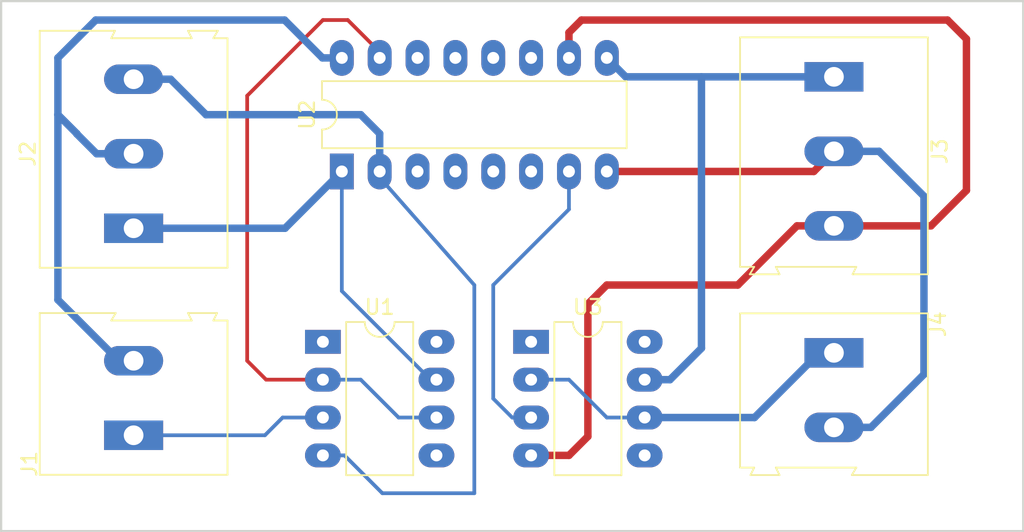
<source format=kicad_pcb>
(kicad_pcb (version 20171130) (host pcbnew "(5.0.0)")

  (general
    (thickness 1.6)
    (drawings 4)
    (tracks 78)
    (zones 0)
    (modules 7)
    (nets 17)
  )

  (page A4)
  (layers
    (0 F.Cu signal)
    (31 B.Cu signal)
    (32 B.Adhes user)
    (33 F.Adhes user)
    (34 B.Paste user)
    (35 F.Paste user)
    (36 B.SilkS user)
    (37 F.SilkS user)
    (38 B.Mask user)
    (39 F.Mask user)
    (40 Dwgs.User user)
    (41 Cmts.User user)
    (42 Eco1.User user)
    (43 Eco2.User user)
    (44 Edge.Cuts user)
    (45 Margin user)
    (46 B.CrtYd user)
    (47 F.CrtYd user)
    (48 B.Fab user)
    (49 F.Fab user)
  )

  (setup
    (last_trace_width 0.5)
    (user_trace_width 0.5)
    (user_trace_width 1)
    (trace_clearance 0.2)
    (zone_clearance 0.508)
    (zone_45_only no)
    (trace_min 0.2)
    (segment_width 0.2)
    (edge_width 0.15)
    (via_size 0.8)
    (via_drill 0.4)
    (via_min_size 0.4)
    (via_min_drill 0.3)
    (uvia_size 0.3)
    (uvia_drill 0.1)
    (uvias_allowed no)
    (uvia_min_size 0.2)
    (uvia_min_drill 0.1)
    (pcb_text_width 0.3)
    (pcb_text_size 1.5 1.5)
    (mod_edge_width 0.15)
    (mod_text_size 1 1)
    (mod_text_width 0.15)
    (pad_size 1.524 1.524)
    (pad_drill 0.762)
    (pad_to_mask_clearance 0.2)
    (aux_axis_origin 0 0)
    (visible_elements FFFFFFFF)
    (pcbplotparams
      (layerselection 0x010fc_ffffffff)
      (usegerberextensions false)
      (usegerberattributes false)
      (usegerberadvancedattributes false)
      (creategerberjobfile false)
      (excludeedgelayer true)
      (linewidth 0.100000)
      (plotframeref false)
      (viasonmask false)
      (mode 1)
      (useauxorigin false)
      (hpglpennumber 1)
      (hpglpenspeed 20)
      (hpglpendiameter 15.000000)
      (psnegative false)
      (psa4output false)
      (plotreference true)
      (plotvalue true)
      (plotinvisibletext false)
      (padsonsilk false)
      (subtractmaskfromsilk false)
      (outputformat 1)
      (mirror false)
      (drillshape 1)
      (scaleselection 1)
      (outputdirectory ""))
  )

  (net 0 "")
  (net 1 "Net-(J1-Pad1)")
  (net 2 GND)
  (net 3 +15V)
  (net 4 -15V)
  (net 5 -15V1)
  (net 6 GND1)
  (net 7 +15V1)
  (net 8 "Net-(J4-Pad1)")
  (net 9 "Net-(U1-Pad1)")
  (net 10 "Net-(U1-Pad5)")
  (net 11 "Net-(U1-Pad2)")
  (net 12 "Net-(U1-Pad8)")
  (net 13 "Net-(U2-Pad7)")
  (net 14 "Net-(U3-Pad8)")
  (net 15 "Net-(U3-Pad5)")
  (net 16 "Net-(U3-Pad1)")

  (net_class Default 这是默认网络组.
    (clearance 0.2)
    (trace_width 0.25)
    (via_dia 0.8)
    (via_drill 0.4)
    (uvia_dia 0.3)
    (uvia_drill 0.1)
    (add_net +15V)
    (add_net +15V1)
    (add_net -15V)
    (add_net -15V1)
    (add_net GND)
    (add_net GND1)
    (add_net "Net-(J1-Pad1)")
    (add_net "Net-(J4-Pad1)")
    (add_net "Net-(U1-Pad1)")
    (add_net "Net-(U1-Pad2)")
    (add_net "Net-(U1-Pad5)")
    (add_net "Net-(U1-Pad8)")
    (add_net "Net-(U2-Pad7)")
    (add_net "Net-(U3-Pad1)")
    (add_net "Net-(U3-Pad5)")
    (add_net "Net-(U3-Pad8)")
  )

  (module TerminalBlock:TerminalBlock_Altech_AK300-2_P5.00mm (layer F.Cu) (tedit 59FF0306) (tstamp 5BBBD324)
    (at 152.4 88.37 270)
    (descr "Altech AK300 terminal block, pitch 5.0mm, 45 degree angled, see http://www.mouser.com/ds/2/16/PCBMETRC-24178.pdf")
    (tags "Altech AK300 terminal block pitch 5.0mm")
    (path /5BAF9CB0)
    (fp_text reference J4 (at -1.92 -6.99 270) (layer F.SilkS)
      (effects (font (size 1 1) (thickness 0.15)))
    )
    (fp_text value Screw_Terminal_01x02 (at 2.78 7.75 270) (layer F.Fab)
      (effects (font (size 1 1) (thickness 0.15)))
    )
    (fp_arc (start -1.13 -4.65) (end -1.42 -4.13) (angle 104.2) (layer F.Fab) (width 0.1))
    (fp_arc (start -0.01 -3.71) (end -1.62 -5) (angle 100) (layer F.Fab) (width 0.1))
    (fp_arc (start 0.06 -6.07) (end 1.53 -4.12) (angle 75.5) (layer F.Fab) (width 0.1))
    (fp_arc (start 1.03 -4.59) (end 1.53 -5.05) (angle 90.5) (layer F.Fab) (width 0.1))
    (fp_arc (start 3.87 -4.65) (end 3.58 -4.13) (angle 104.2) (layer F.Fab) (width 0.1))
    (fp_arc (start 4.99 -3.71) (end 3.39 -5) (angle 100) (layer F.Fab) (width 0.1))
    (fp_arc (start 5.07 -6.07) (end 6.53 -4.12) (angle 75.5) (layer F.Fab) (width 0.1))
    (fp_arc (start 6.03 -4.59) (end 6.54 -5.05) (angle 90.5) (layer F.Fab) (width 0.1))
    (fp_line (start 8.36 6.47) (end -2.83 6.47) (layer F.CrtYd) (width 0.05))
    (fp_line (start 8.36 6.47) (end 8.36 -6.47) (layer F.CrtYd) (width 0.05))
    (fp_line (start -2.83 -6.47) (end -2.83 6.47) (layer F.CrtYd) (width 0.05))
    (fp_line (start -2.83 -6.47) (end 8.36 -6.47) (layer F.CrtYd) (width 0.05))
    (fp_line (start 3.36 -0.25) (end 6.67 -0.25) (layer F.Fab) (width 0.1))
    (fp_line (start 2.98 -0.25) (end 3.36 -0.25) (layer F.Fab) (width 0.1))
    (fp_line (start 7.05 -0.25) (end 6.67 -0.25) (layer F.Fab) (width 0.1))
    (fp_line (start 6.67 -0.64) (end 3.36 -0.64) (layer F.Fab) (width 0.1))
    (fp_line (start 7.61 -0.64) (end 6.67 -0.64) (layer F.Fab) (width 0.1))
    (fp_line (start 1.66 -0.64) (end 3.36 -0.64) (layer F.Fab) (width 0.1))
    (fp_line (start -1.64 -0.64) (end 1.66 -0.64) (layer F.Fab) (width 0.1))
    (fp_line (start -2.58 -0.64) (end -1.64 -0.64) (layer F.Fab) (width 0.1))
    (fp_line (start 1.66 -0.25) (end -1.64 -0.25) (layer F.Fab) (width 0.1))
    (fp_line (start 2.04 -0.25) (end 1.66 -0.25) (layer F.Fab) (width 0.1))
    (fp_line (start -2.02 -0.25) (end -1.64 -0.25) (layer F.Fab) (width 0.1))
    (fp_line (start -1.49 -4.32) (end 1.56 -4.95) (layer F.Fab) (width 0.1))
    (fp_line (start -1.62 -4.45) (end 1.44 -5.08) (layer F.Fab) (width 0.1))
    (fp_line (start 3.52 -4.32) (end 6.56 -4.95) (layer F.Fab) (width 0.1))
    (fp_line (start 3.39 -4.45) (end 6.44 -5.08) (layer F.Fab) (width 0.1))
    (fp_line (start 2.04 -5.97) (end -2.02 -5.97) (layer F.Fab) (width 0.1))
    (fp_line (start -2.02 -3.43) (end -2.02 -5.97) (layer F.Fab) (width 0.1))
    (fp_line (start 2.04 -3.43) (end -2.02 -3.43) (layer F.Fab) (width 0.1))
    (fp_line (start 2.04 -3.43) (end 2.04 -5.97) (layer F.Fab) (width 0.1))
    (fp_line (start 7.05 -3.43) (end 2.98 -3.43) (layer F.Fab) (width 0.1))
    (fp_line (start 7.05 -5.97) (end 7.05 -3.43) (layer F.Fab) (width 0.1))
    (fp_line (start 2.98 -5.97) (end 7.05 -5.97) (layer F.Fab) (width 0.1))
    (fp_line (start 2.98 -3.43) (end 2.98 -5.97) (layer F.Fab) (width 0.1))
    (fp_line (start 7.61 -3.17) (end 7.61 -1.65) (layer F.Fab) (width 0.1))
    (fp_line (start -2.58 -3.17) (end -2.58 -6.22) (layer F.Fab) (width 0.1))
    (fp_line (start -2.58 -3.17) (end 7.61 -3.17) (layer F.Fab) (width 0.1))
    (fp_line (start 7.61 -0.64) (end 7.61 4.06) (layer F.Fab) (width 0.1))
    (fp_line (start 7.61 -1.65) (end 7.61 -0.64) (layer F.Fab) (width 0.1))
    (fp_line (start -2.58 -0.64) (end -2.58 -3.17) (layer F.Fab) (width 0.1))
    (fp_line (start -2.58 6.22) (end -2.58 -0.64) (layer F.Fab) (width 0.1))
    (fp_line (start 6.67 0.51) (end 6.28 0.51) (layer F.Fab) (width 0.1))
    (fp_line (start 3.36 0.51) (end 3.74 0.51) (layer F.Fab) (width 0.1))
    (fp_line (start 1.66 0.51) (end 1.28 0.51) (layer F.Fab) (width 0.1))
    (fp_line (start -1.64 0.51) (end -1.26 0.51) (layer F.Fab) (width 0.1))
    (fp_line (start -1.64 3.68) (end -1.64 0.51) (layer F.Fab) (width 0.1))
    (fp_line (start 1.66 3.68) (end -1.64 3.68) (layer F.Fab) (width 0.1))
    (fp_line (start 1.66 3.68) (end 1.66 0.51) (layer F.Fab) (width 0.1))
    (fp_line (start 3.36 3.68) (end 3.36 0.51) (layer F.Fab) (width 0.1))
    (fp_line (start 6.67 3.68) (end 3.36 3.68) (layer F.Fab) (width 0.1))
    (fp_line (start 6.67 3.68) (end 6.67 0.51) (layer F.Fab) (width 0.1))
    (fp_line (start -2.02 4.32) (end -2.02 6.22) (layer F.Fab) (width 0.1))
    (fp_line (start 2.04 4.32) (end 2.04 -0.25) (layer F.Fab) (width 0.1))
    (fp_line (start 2.04 4.32) (end -2.02 4.32) (layer F.Fab) (width 0.1))
    (fp_line (start 7.05 4.32) (end 7.05 6.22) (layer F.Fab) (width 0.1))
    (fp_line (start 2.98 4.32) (end 2.98 -0.25) (layer F.Fab) (width 0.1))
    (fp_line (start 2.98 4.32) (end 7.05 4.32) (layer F.Fab) (width 0.1))
    (fp_line (start -2.02 6.22) (end 2.04 6.22) (layer F.Fab) (width 0.1))
    (fp_line (start -2.58 6.22) (end -2.02 6.22) (layer F.Fab) (width 0.1))
    (fp_line (start -2.02 -0.25) (end -2.02 4.32) (layer F.Fab) (width 0.1))
    (fp_line (start 2.04 6.22) (end 2.98 6.22) (layer F.Fab) (width 0.1))
    (fp_line (start 2.04 6.22) (end 2.04 4.32) (layer F.Fab) (width 0.1))
    (fp_line (start 7.05 6.22) (end 7.61 6.22) (layer F.Fab) (width 0.1))
    (fp_line (start 2.98 6.22) (end 7.05 6.22) (layer F.Fab) (width 0.1))
    (fp_line (start 7.05 -0.25) (end 7.05 4.32) (layer F.Fab) (width 0.1))
    (fp_line (start 2.98 6.22) (end 2.98 4.32) (layer F.Fab) (width 0.1))
    (fp_line (start 8.11 3.81) (end 8.11 5.46) (layer F.Fab) (width 0.1))
    (fp_line (start 7.61 4.06) (end 7.61 5.21) (layer F.Fab) (width 0.1))
    (fp_line (start 8.11 3.81) (end 7.61 4.06) (layer F.Fab) (width 0.1))
    (fp_line (start 7.61 5.21) (end 7.61 6.22) (layer F.Fab) (width 0.1))
    (fp_line (start 8.11 5.46) (end 7.61 5.21) (layer F.Fab) (width 0.1))
    (fp_line (start 8.11 -1.4) (end 7.61 -1.65) (layer F.Fab) (width 0.1))
    (fp_line (start 8.11 -6.22) (end 8.11 -1.4) (layer F.Fab) (width 0.1))
    (fp_line (start 7.61 -6.22) (end 8.11 -6.22) (layer F.Fab) (width 0.1))
    (fp_line (start 7.61 -6.22) (end -2.58 -6.22) (layer F.Fab) (width 0.1))
    (fp_line (start 7.61 -6.22) (end 7.61 -3.17) (layer F.Fab) (width 0.1))
    (fp_line (start 3.74 2.54) (end 3.74 -0.25) (layer F.Fab) (width 0.1))
    (fp_line (start 3.74 -0.25) (end 6.28 -0.25) (layer F.Fab) (width 0.1))
    (fp_line (start 6.28 2.54) (end 6.28 -0.25) (layer F.Fab) (width 0.1))
    (fp_line (start 3.74 2.54) (end 6.28 2.54) (layer F.Fab) (width 0.1))
    (fp_line (start -1.26 2.54) (end -1.26 -0.25) (layer F.Fab) (width 0.1))
    (fp_line (start -1.26 -0.25) (end 1.28 -0.25) (layer F.Fab) (width 0.1))
    (fp_line (start 1.28 2.54) (end 1.28 -0.25) (layer F.Fab) (width 0.1))
    (fp_line (start -1.26 2.54) (end 1.28 2.54) (layer F.Fab) (width 0.1))
    (fp_line (start 8.2 -6.3) (end -2.65 -6.3) (layer F.SilkS) (width 0.12))
    (fp_line (start 8.2 -1.2) (end 8.2 -6.3) (layer F.SilkS) (width 0.12))
    (fp_line (start 7.7 -1.5) (end 8.2 -1.2) (layer F.SilkS) (width 0.12))
    (fp_line (start 7.7 3.9) (end 7.7 -1.5) (layer F.SilkS) (width 0.12))
    (fp_line (start 8.2 3.65) (end 7.7 3.9) (layer F.SilkS) (width 0.12))
    (fp_line (start 8.2 3.7) (end 8.2 3.65) (layer F.SilkS) (width 0.12))
    (fp_line (start 8.2 5.6) (end 8.2 3.7) (layer F.SilkS) (width 0.12))
    (fp_line (start 7.7 5.35) (end 8.2 5.6) (layer F.SilkS) (width 0.12))
    (fp_line (start 7.7 6.3) (end 7.7 5.35) (layer F.SilkS) (width 0.12))
    (fp_line (start -2.65 6.3) (end 7.7 6.3) (layer F.SilkS) (width 0.12))
    (fp_line (start -2.65 -6.3) (end -2.65 6.3) (layer F.SilkS) (width 0.12))
    (fp_text user %R (at -2.532858 -2 270) (layer F.Fab)
      (effects (font (size 1 1) (thickness 0.15)))
    )
    (pad 2 thru_hole oval (at 5 0 270) (size 1.98 3.96) (drill 1.32) (layers *.Cu *.Mask)
      (net 6 GND1))
    (pad 1 thru_hole rect (at 0 0 270) (size 1.98 3.96) (drill 1.32) (layers *.Cu *.Mask)
      (net 8 "Net-(J4-Pad1)"))
    (model ${KISYS3DMOD}/TerminalBlock.3dshapes/TerminalBlock_Altech_AK300-2_P5.00mm.wrl
      (at (xyz 0 0 0))
      (scale (xyz 1 1 1))
      (rotate (xyz 0 0 0))
    )
  )

  (module TerminalBlock:TerminalBlock_Altech_AK300-3_P5.00mm (layer F.Cu) (tedit 5BAF8AD4) (tstamp 5BBBD23A)
    (at 105.41 80.01 90)
    (descr "Altech AK300 terminal block, pitch 5.0mm, 45 degree angled, see http://www.mouser.com/ds/2/16/PCBMETRC-24178.pdf")
    (tags "Altech AK300 terminal block pitch 5.0mm")
    (path /5BAF95E7)
    (fp_text reference J2 (at 5 -7.1 90) (layer F.SilkS)
      (effects (font (size 1 1) (thickness 0.15)))
    )
    (fp_text value Screw_Terminal_01x03 (at 4.95 7.3 90) (layer F.Fab)
      (effects (font (size 1 1) (thickness 0.15)))
    )
    (fp_text user %R (at 5 -2 90) (layer F.Fab)
      (effects (font (size 1 1) (thickness 0.15)))
    )
    (fp_line (start -2.65 -6.3) (end -2.65 6.3) (layer F.SilkS) (width 0.12))
    (fp_line (start -2.65 6.3) (end 12.75 6.3) (layer F.SilkS) (width 0.12))
    (fp_line (start 12.75 6.3) (end 12.75 5.35) (layer F.SilkS) (width 0.12))
    (fp_line (start 12.75 5.35) (end 13.25 5.65) (layer F.SilkS) (width 0.12))
    (fp_line (start 13.25 5.65) (end 13.25 3.65) (layer F.SilkS) (width 0.12))
    (fp_line (start 13.25 3.65) (end 12.75 3.9) (layer F.SilkS) (width 0.12))
    (fp_line (start 12.75 3.9) (end 12.75 -1.5) (layer F.SilkS) (width 0.12))
    (fp_line (start 12.75 -1.5) (end 13.25 -1.25) (layer F.SilkS) (width 0.12))
    (fp_line (start 13.25 -1.25) (end 13.25 -6.3) (layer F.SilkS) (width 0.12))
    (fp_line (start 13.25 -6.3) (end -2.65 -6.3) (layer F.SilkS) (width 0.12))
    (fp_line (start 12.66 -0.65) (end -2.52 -0.65) (layer F.Fab) (width 0.1))
    (fp_line (start 8.02 3.99) (end 8.02 -0.26) (layer F.Fab) (width 0.1))
    (fp_line (start 12.09 6.21) (end 7.58 6.21) (layer F.Fab) (width 0.1))
    (fp_line (start 7.58 -3.19) (end 12.6 -3.19) (layer F.Fab) (width 0.1))
    (fp_line (start -2.58 -6.23) (end 12.66 -6.23) (layer F.Fab) (width 0.1))
    (fp_line (start 8.42 -0.26) (end 11.72 -0.26) (layer F.Fab) (width 0.1))
    (fp_line (start 8.04 -0.26) (end 8.42 -0.26) (layer F.Fab) (width 0.1))
    (fp_line (start 12.1 -0.26) (end 11.72 -0.26) (layer F.Fab) (width 0.1))
    (fp_line (start 8.57 -4.33) (end 11.62 -4.96) (layer F.Fab) (width 0.1))
    (fp_line (start 8.44 -4.46) (end 11.49 -5.09) (layer F.Fab) (width 0.1))
    (fp_line (start 12.1 -3.44) (end 8.04 -3.44) (layer F.Fab) (width 0.1))
    (fp_line (start 12.1 -5.98) (end 12.1 -3.44) (layer F.Fab) (width 0.1))
    (fp_line (start 8.04 -5.98) (end 12.1 -5.98) (layer F.Fab) (width 0.1))
    (fp_line (start 8.04 -3.44) (end 8.04 -5.98) (layer F.Fab) (width 0.1))
    (fp_line (start 12.66 -3.19) (end 12.66 -1.66) (layer F.Fab) (width 0.1))
    (fp_line (start 12.66 -0.65) (end 12.66 4.05) (layer F.Fab) (width 0.1))
    (fp_line (start 12.66 -1.66) (end 12.66 -0.65) (layer F.Fab) (width 0.1))
    (fp_line (start 11.72 0.5) (end 11.34 0.5) (layer F.Fab) (width 0.1))
    (fp_line (start 8.42 0.5) (end 8.8 0.5) (layer F.Fab) (width 0.1))
    (fp_line (start 8.42 3.67) (end 8.42 0.5) (layer F.Fab) (width 0.1))
    (fp_line (start 11.72 3.67) (end 8.42 3.67) (layer F.Fab) (width 0.1))
    (fp_line (start 11.72 3.67) (end 11.72 0.5) (layer F.Fab) (width 0.1))
    (fp_line (start 12.1 4.31) (end 12.1 6.21) (layer F.Fab) (width 0.1))
    (fp_line (start 8.04 4.31) (end 12.1 4.31) (layer F.Fab) (width 0.1))
    (fp_line (start 12.1 6.21) (end 12.66 6.21) (layer F.Fab) (width 0.1))
    (fp_line (start 12.1 -0.26) (end 12.1 4.31) (layer F.Fab) (width 0.1))
    (fp_line (start 8.04 6.21) (end 8.04 4.31) (layer F.Fab) (width 0.1))
    (fp_line (start 13.17 3.8) (end 13.17 5.45) (layer F.Fab) (width 0.1))
    (fp_line (start 12.66 4.05) (end 12.66 5.2) (layer F.Fab) (width 0.1))
    (fp_line (start 13.17 3.8) (end 12.66 4.05) (layer F.Fab) (width 0.1))
    (fp_line (start 12.66 5.2) (end 12.66 6.21) (layer F.Fab) (width 0.1))
    (fp_line (start 13.17 5.45) (end 12.66 5.2) (layer F.Fab) (width 0.1))
    (fp_line (start 13.17 -1.41) (end 12.66 -1.66) (layer F.Fab) (width 0.1))
    (fp_line (start 13.17 -6.23) (end 13.17 -1.41) (layer F.Fab) (width 0.1))
    (fp_line (start 12.66 -6.23) (end 13.17 -6.23) (layer F.Fab) (width 0.1))
    (fp_line (start 12.66 -6.23) (end 12.66 -3.19) (layer F.Fab) (width 0.1))
    (fp_line (start 8.8 2.53) (end 8.8 -0.26) (layer F.Fab) (width 0.1))
    (fp_line (start 8.8 -0.26) (end 11.34 -0.26) (layer F.Fab) (width 0.1))
    (fp_line (start 11.34 2.53) (end 11.34 -0.26) (layer F.Fab) (width 0.1))
    (fp_line (start 8.8 2.53) (end 11.34 2.53) (layer F.Fab) (width 0.1))
    (fp_line (start -1.28 2.53) (end 1.26 2.53) (layer F.Fab) (width 0.1))
    (fp_line (start 1.26 2.53) (end 1.26 -0.26) (layer F.Fab) (width 0.1))
    (fp_line (start -1.28 -0.26) (end 1.26 -0.26) (layer F.Fab) (width 0.1))
    (fp_line (start -1.28 2.53) (end -1.28 -0.26) (layer F.Fab) (width 0.1))
    (fp_line (start 3.72 2.53) (end 6.26 2.53) (layer F.Fab) (width 0.1))
    (fp_line (start 6.26 2.53) (end 6.26 -0.26) (layer F.Fab) (width 0.1))
    (fp_line (start 3.72 -0.26) (end 6.26 -0.26) (layer F.Fab) (width 0.1))
    (fp_line (start 3.72 2.53) (end 3.72 -0.26) (layer F.Fab) (width 0.1))
    (fp_line (start 8.02 5.2) (end 8.02 6.21) (layer F.Fab) (width 0.1))
    (fp_line (start 8.02 4.05) (end 8.02 5.2) (layer F.Fab) (width 0.1))
    (fp_line (start 2.96 6.21) (end 2.96 4.31) (layer F.Fab) (width 0.1))
    (fp_line (start 7.02 -0.26) (end 7.02 4.31) (layer F.Fab) (width 0.1))
    (fp_line (start 2.96 6.21) (end 7.02 6.21) (layer F.Fab) (width 0.1))
    (fp_line (start 7.02 6.21) (end 7.58 6.21) (layer F.Fab) (width 0.1))
    (fp_line (start 2.02 6.21) (end 2.02 4.31) (layer F.Fab) (width 0.1))
    (fp_line (start 2.02 6.21) (end 2.96 6.21) (layer F.Fab) (width 0.1))
    (fp_line (start -2.05 -0.26) (end -2.05 4.31) (layer F.Fab) (width 0.1))
    (fp_line (start -2.58 6.21) (end -2.05 6.21) (layer F.Fab) (width 0.1))
    (fp_line (start -2.05 6.21) (end 2.02 6.21) (layer F.Fab) (width 0.1))
    (fp_line (start 2.96 4.31) (end 7.02 4.31) (layer F.Fab) (width 0.1))
    (fp_line (start 2.96 4.31) (end 2.96 -0.26) (layer F.Fab) (width 0.1))
    (fp_line (start 7.02 4.31) (end 7.02 6.21) (layer F.Fab) (width 0.1))
    (fp_line (start 2.02 4.31) (end -2.05 4.31) (layer F.Fab) (width 0.1))
    (fp_line (start 2.02 4.31) (end 2.02 -0.26) (layer F.Fab) (width 0.1))
    (fp_line (start -2.05 4.31) (end -2.05 6.21) (layer F.Fab) (width 0.1))
    (fp_line (start 6.64 3.67) (end 6.64 0.5) (layer F.Fab) (width 0.1))
    (fp_line (start 6.64 3.67) (end 3.34 3.67) (layer F.Fab) (width 0.1))
    (fp_line (start 3.34 3.67) (end 3.34 0.5) (layer F.Fab) (width 0.1))
    (fp_line (start 1.64 3.67) (end 1.64 0.5) (layer F.Fab) (width 0.1))
    (fp_line (start 1.64 3.67) (end -1.67 3.67) (layer F.Fab) (width 0.1))
    (fp_line (start -1.67 3.67) (end -1.67 0.5) (layer F.Fab) (width 0.1))
    (fp_line (start -1.67 0.5) (end -1.28 0.5) (layer F.Fab) (width 0.1))
    (fp_line (start 1.64 0.5) (end 1.26 0.5) (layer F.Fab) (width 0.1))
    (fp_line (start 3.34 0.5) (end 3.72 0.5) (layer F.Fab) (width 0.1))
    (fp_line (start 6.64 0.5) (end 6.26 0.5) (layer F.Fab) (width 0.1))
    (fp_line (start -2.58 6.21) (end -2.58 -0.65) (layer F.Fab) (width 0.1))
    (fp_line (start -2.58 -0.65) (end -2.58 -3.19) (layer F.Fab) (width 0.1))
    (fp_line (start -2.58 -3.19) (end 7.58 -3.19) (layer F.Fab) (width 0.1))
    (fp_line (start -2.58 -3.19) (end -2.58 -6.23) (layer F.Fab) (width 0.1))
    (fp_line (start 2.96 -3.44) (end 2.96 -5.98) (layer F.Fab) (width 0.1))
    (fp_line (start 2.96 -5.98) (end 7.02 -5.98) (layer F.Fab) (width 0.1))
    (fp_line (start 7.02 -5.98) (end 7.02 -3.44) (layer F.Fab) (width 0.1))
    (fp_line (start 7.02 -3.44) (end 2.96 -3.44) (layer F.Fab) (width 0.1))
    (fp_line (start 2.02 -3.44) (end 2.02 -5.98) (layer F.Fab) (width 0.1))
    (fp_line (start 2.02 -3.44) (end -2.05 -3.44) (layer F.Fab) (width 0.1))
    (fp_line (start -2.05 -3.44) (end -2.05 -5.98) (layer F.Fab) (width 0.1))
    (fp_line (start 2.02 -5.98) (end -2.05 -5.98) (layer F.Fab) (width 0.1))
    (fp_line (start 3.36 -4.46) (end 6.41 -5.09) (layer F.Fab) (width 0.1))
    (fp_line (start 3.49 -4.33) (end 6.54 -4.96) (layer F.Fab) (width 0.1))
    (fp_line (start -1.64 -4.46) (end 1.41 -5.09) (layer F.Fab) (width 0.1))
    (fp_line (start -1.51 -4.33) (end 1.53 -4.96) (layer F.Fab) (width 0.1))
    (fp_line (start -2.05 -0.26) (end -1.67 -0.26) (layer F.Fab) (width 0.1))
    (fp_line (start 2.02 -0.26) (end 1.64 -0.26) (layer F.Fab) (width 0.1))
    (fp_line (start 1.64 -0.26) (end -1.67 -0.26) (layer F.Fab) (width 0.1))
    (fp_line (start 7.02 -0.26) (end 6.64 -0.26) (layer F.Fab) (width 0.1))
    (fp_line (start 2.96 -0.26) (end 3.34 -0.26) (layer F.Fab) (width 0.1))
    (fp_line (start 3.34 -0.26) (end 6.64 -0.26) (layer F.Fab) (width 0.1))
    (fp_line (start -2.83 -6.48) (end 13.42 -6.48) (layer F.CrtYd) (width 0.05))
    (fp_line (start -2.83 -6.48) (end -2.83 6.46) (layer F.CrtYd) (width 0.05))
    (fp_line (start 13.42 6.46) (end 13.42 -6.48) (layer F.CrtYd) (width 0.05))
    (fp_line (start 13.42 6.46) (end -2.83 6.46) (layer F.CrtYd) (width 0.05))
    (fp_arc (start 8.93 -4.66) (end 8.64 -4.14) (angle 104.2) (layer F.Fab) (width 0.1))
    (fp_arc (start 10.04 -3.72) (end 8.44 -5.01) (angle 100) (layer F.Fab) (width 0.1))
    (fp_arc (start 10.12 -6.08) (end 11.58 -4.13) (angle 75.5) (layer F.Fab) (width 0.1))
    (fp_arc (start 11.09 -4.6) (end 11.59 -5.06) (angle 90.5) (layer F.Fab) (width 0.1))
    (fp_arc (start 6.01 -4.6) (end 6.51 -5.06) (angle 90.5) (layer F.Fab) (width 0.1))
    (fp_arc (start 5.04 -6.08) (end 6.5 -4.13) (angle 75.5) (layer F.Fab) (width 0.1))
    (fp_arc (start 4.96 -3.72) (end 3.36 -5.01) (angle 100) (layer F.Fab) (width 0.1))
    (fp_arc (start 3.85 -4.66) (end 3.56 -4.14) (angle 104.2) (layer F.Fab) (width 0.1))
    (fp_arc (start 1 -4.6) (end 1.51 -5.06) (angle 90.5) (layer F.Fab) (width 0.1))
    (fp_arc (start 0.04 -6.08) (end 1.5 -4.13) (angle 75.5) (layer F.Fab) (width 0.1))
    (fp_arc (start -0.04 -3.72) (end -1.64 -5.01) (angle 100) (layer F.Fab) (width 0.1))
    (fp_arc (start -1.16 -4.66) (end -1.44 -4.14) (angle 104.2) (layer F.Fab) (width 0.1))
    (pad 1 thru_hole rect (at 0 0 90) (size 1.98 3.96) (drill 1.32) (layers *.Cu *.Mask)
      (net 3 +15V))
    (pad 2 thru_hole oval (at 5 0 90) (size 1.98 3.96) (drill 1.32) (layers *.Cu *.Mask)
      (net 2 GND))
    (pad 3 thru_hole oval (at 10 0 90) (size 1.98 3.96) (drill 1.32) (layers *.Cu *.Mask)
      (net 4 -15V))
    (model ${KISYS3DMOD}/TerminalBlock.3dshapes/TerminalBlock_Altech_AK300-3_P5.00mm.wrl
      (at (xyz 0 0 0))
      (scale (xyz 1 1 1))
      (rotate (xyz 0 0 0))
    )
  )

  (module Package_DIP:DIP-8_W7.62mm_LongPads (layer F.Cu) (tedit 5A02E8C5) (tstamp 5BBBD340)
    (at 118.11 87.63)
    (descr "8-lead though-hole mounted DIP package, row spacing 7.62 mm (300 mils), LongPads")
    (tags "THT DIP DIL PDIP 2.54mm 7.62mm 300mil LongPads")
    (path /5BAF879A)
    (fp_text reference U1 (at 3.81 -2.33) (layer F.SilkS)
      (effects (font (size 1 1) (thickness 0.15)))
    )
    (fp_text value LM741 (at 3.81 9.95) (layer F.Fab)
      (effects (font (size 1 1) (thickness 0.15)))
    )
    (fp_arc (start 3.81 -1.33) (end 2.81 -1.33) (angle -180) (layer F.SilkS) (width 0.12))
    (fp_line (start 1.635 -1.27) (end 6.985 -1.27) (layer F.Fab) (width 0.1))
    (fp_line (start 6.985 -1.27) (end 6.985 8.89) (layer F.Fab) (width 0.1))
    (fp_line (start 6.985 8.89) (end 0.635 8.89) (layer F.Fab) (width 0.1))
    (fp_line (start 0.635 8.89) (end 0.635 -0.27) (layer F.Fab) (width 0.1))
    (fp_line (start 0.635 -0.27) (end 1.635 -1.27) (layer F.Fab) (width 0.1))
    (fp_line (start 2.81 -1.33) (end 1.56 -1.33) (layer F.SilkS) (width 0.12))
    (fp_line (start 1.56 -1.33) (end 1.56 8.95) (layer F.SilkS) (width 0.12))
    (fp_line (start 1.56 8.95) (end 6.06 8.95) (layer F.SilkS) (width 0.12))
    (fp_line (start 6.06 8.95) (end 6.06 -1.33) (layer F.SilkS) (width 0.12))
    (fp_line (start 6.06 -1.33) (end 4.81 -1.33) (layer F.SilkS) (width 0.12))
    (fp_line (start -1.45 -1.55) (end -1.45 9.15) (layer F.CrtYd) (width 0.05))
    (fp_line (start -1.45 9.15) (end 9.1 9.15) (layer F.CrtYd) (width 0.05))
    (fp_line (start 9.1 9.15) (end 9.1 -1.55) (layer F.CrtYd) (width 0.05))
    (fp_line (start 9.1 -1.55) (end -1.45 -1.55) (layer F.CrtYd) (width 0.05))
    (fp_text user %R (at 2.54 -2.54) (layer F.Fab)
      (effects (font (size 1 1) (thickness 0.15)))
    )
    (pad 1 thru_hole rect (at 0 0) (size 2.4 1.6) (drill 0.8) (layers *.Cu *.Mask)
      (net 9 "Net-(U1-Pad1)"))
    (pad 5 thru_hole oval (at 7.62 7.62) (size 2.4 1.6) (drill 0.8) (layers *.Cu *.Mask)
      (net 10 "Net-(U1-Pad5)"))
    (pad 2 thru_hole oval (at 0 2.54) (size 2.4 1.6) (drill 0.8) (layers *.Cu *.Mask)
      (net 11 "Net-(U1-Pad2)"))
    (pad 6 thru_hole oval (at 7.62 5.08) (size 2.4 1.6) (drill 0.8) (layers *.Cu *.Mask)
      (net 11 "Net-(U1-Pad2)"))
    (pad 3 thru_hole oval (at 0 5.08) (size 2.4 1.6) (drill 0.8) (layers *.Cu *.Mask)
      (net 1 "Net-(J1-Pad1)"))
    (pad 7 thru_hole oval (at 7.62 2.54) (size 2.4 1.6) (drill 0.8) (layers *.Cu *.Mask)
      (net 3 +15V))
    (pad 4 thru_hole oval (at 0 7.62) (size 2.4 1.6) (drill 0.8) (layers *.Cu *.Mask)
      (net 4 -15V))
    (pad 8 thru_hole oval (at 7.62 0) (size 2.4 1.6) (drill 0.8) (layers *.Cu *.Mask)
      (net 12 "Net-(U1-Pad8)"))
    (model ${KISYS3DMOD}/Package_DIP.3dshapes/DIP-8_W7.62mm.wrl
      (at (xyz 0 0 0))
      (scale (xyz 1 1 1))
      (rotate (xyz 0 0 0))
    )
  )

  (module TerminalBlock:TerminalBlock_Altech_AK300-3_P5.00mm (layer F.Cu) (tedit 59FF0306) (tstamp 5BBBD2BD)
    (at 152.4 69.85 270)
    (descr "Altech AK300 terminal block, pitch 5.0mm, 45 degree angled, see http://www.mouser.com/ds/2/16/PCBMETRC-24178.pdf")
    (tags "Altech AK300 terminal block pitch 5.0mm")
    (path /5BAF98EF)
    (fp_text reference J3 (at 5 -7.1 270) (layer F.SilkS)
      (effects (font (size 1 1) (thickness 0.15)))
    )
    (fp_text value Screw_Terminal_01x03 (at 4.95 7.3 270) (layer F.Fab)
      (effects (font (size 1 1) (thickness 0.15)))
    )
    (fp_arc (start -1.16 -4.66) (end -1.44 -4.14) (angle 104.2) (layer F.Fab) (width 0.1))
    (fp_arc (start -0.04 -3.72) (end -1.64 -5.01) (angle 100) (layer F.Fab) (width 0.1))
    (fp_arc (start 0.04 -6.08) (end 1.5 -4.13) (angle 75.5) (layer F.Fab) (width 0.1))
    (fp_arc (start 1 -4.6) (end 1.51 -5.06) (angle 90.5) (layer F.Fab) (width 0.1))
    (fp_arc (start 3.85 -4.66) (end 3.56 -4.14) (angle 104.2) (layer F.Fab) (width 0.1))
    (fp_arc (start 4.96 -3.72) (end 3.36 -5.01) (angle 100) (layer F.Fab) (width 0.1))
    (fp_arc (start 5.04 -6.08) (end 6.5 -4.13) (angle 75.5) (layer F.Fab) (width 0.1))
    (fp_arc (start 6.01 -4.6) (end 6.51 -5.06) (angle 90.5) (layer F.Fab) (width 0.1))
    (fp_arc (start 11.09 -4.6) (end 11.59 -5.06) (angle 90.5) (layer F.Fab) (width 0.1))
    (fp_arc (start 10.12 -6.08) (end 11.58 -4.13) (angle 75.5) (layer F.Fab) (width 0.1))
    (fp_arc (start 10.04 -3.72) (end 8.44 -5.01) (angle 100) (layer F.Fab) (width 0.1))
    (fp_arc (start 8.93 -4.66) (end 8.64 -4.14) (angle 104.2) (layer F.Fab) (width 0.1))
    (fp_line (start 13.42 6.46) (end -2.83 6.46) (layer F.CrtYd) (width 0.05))
    (fp_line (start 13.42 6.46) (end 13.42 -6.48) (layer F.CrtYd) (width 0.05))
    (fp_line (start -2.83 -6.48) (end -2.83 6.46) (layer F.CrtYd) (width 0.05))
    (fp_line (start -2.83 -6.48) (end 13.42 -6.48) (layer F.CrtYd) (width 0.05))
    (fp_line (start 3.34 -0.26) (end 6.64 -0.26) (layer F.Fab) (width 0.1))
    (fp_line (start 2.96 -0.26) (end 3.34 -0.26) (layer F.Fab) (width 0.1))
    (fp_line (start 7.02 -0.26) (end 6.64 -0.26) (layer F.Fab) (width 0.1))
    (fp_line (start 1.64 -0.26) (end -1.67 -0.26) (layer F.Fab) (width 0.1))
    (fp_line (start 2.02 -0.26) (end 1.64 -0.26) (layer F.Fab) (width 0.1))
    (fp_line (start -2.05 -0.26) (end -1.67 -0.26) (layer F.Fab) (width 0.1))
    (fp_line (start -1.51 -4.33) (end 1.53 -4.96) (layer F.Fab) (width 0.1))
    (fp_line (start -1.64 -4.46) (end 1.41 -5.09) (layer F.Fab) (width 0.1))
    (fp_line (start 3.49 -4.33) (end 6.54 -4.96) (layer F.Fab) (width 0.1))
    (fp_line (start 3.36 -4.46) (end 6.41 -5.09) (layer F.Fab) (width 0.1))
    (fp_line (start 2.02 -5.98) (end -2.05 -5.98) (layer F.Fab) (width 0.1))
    (fp_line (start -2.05 -3.44) (end -2.05 -5.98) (layer F.Fab) (width 0.1))
    (fp_line (start 2.02 -3.44) (end -2.05 -3.44) (layer F.Fab) (width 0.1))
    (fp_line (start 2.02 -3.44) (end 2.02 -5.98) (layer F.Fab) (width 0.1))
    (fp_line (start 7.02 -3.44) (end 2.96 -3.44) (layer F.Fab) (width 0.1))
    (fp_line (start 7.02 -5.98) (end 7.02 -3.44) (layer F.Fab) (width 0.1))
    (fp_line (start 2.96 -5.98) (end 7.02 -5.98) (layer F.Fab) (width 0.1))
    (fp_line (start 2.96 -3.44) (end 2.96 -5.98) (layer F.Fab) (width 0.1))
    (fp_line (start -2.58 -3.19) (end -2.58 -6.23) (layer F.Fab) (width 0.1))
    (fp_line (start -2.58 -3.19) (end 7.58 -3.19) (layer F.Fab) (width 0.1))
    (fp_line (start -2.58 -0.65) (end -2.58 -3.19) (layer F.Fab) (width 0.1))
    (fp_line (start -2.58 6.21) (end -2.58 -0.65) (layer F.Fab) (width 0.1))
    (fp_line (start 6.64 0.5) (end 6.26 0.5) (layer F.Fab) (width 0.1))
    (fp_line (start 3.34 0.5) (end 3.72 0.5) (layer F.Fab) (width 0.1))
    (fp_line (start 1.64 0.5) (end 1.26 0.5) (layer F.Fab) (width 0.1))
    (fp_line (start -1.67 0.5) (end -1.28 0.5) (layer F.Fab) (width 0.1))
    (fp_line (start -1.67 3.67) (end -1.67 0.5) (layer F.Fab) (width 0.1))
    (fp_line (start 1.64 3.67) (end -1.67 3.67) (layer F.Fab) (width 0.1))
    (fp_line (start 1.64 3.67) (end 1.64 0.5) (layer F.Fab) (width 0.1))
    (fp_line (start 3.34 3.67) (end 3.34 0.5) (layer F.Fab) (width 0.1))
    (fp_line (start 6.64 3.67) (end 3.34 3.67) (layer F.Fab) (width 0.1))
    (fp_line (start 6.64 3.67) (end 6.64 0.5) (layer F.Fab) (width 0.1))
    (fp_line (start -2.05 4.31) (end -2.05 6.21) (layer F.Fab) (width 0.1))
    (fp_line (start 2.02 4.31) (end 2.02 -0.26) (layer F.Fab) (width 0.1))
    (fp_line (start 2.02 4.31) (end -2.05 4.31) (layer F.Fab) (width 0.1))
    (fp_line (start 7.02 4.31) (end 7.02 6.21) (layer F.Fab) (width 0.1))
    (fp_line (start 2.96 4.31) (end 2.96 -0.26) (layer F.Fab) (width 0.1))
    (fp_line (start 2.96 4.31) (end 7.02 4.31) (layer F.Fab) (width 0.1))
    (fp_line (start -2.05 6.21) (end 2.02 6.21) (layer F.Fab) (width 0.1))
    (fp_line (start -2.58 6.21) (end -2.05 6.21) (layer F.Fab) (width 0.1))
    (fp_line (start -2.05 -0.26) (end -2.05 4.31) (layer F.Fab) (width 0.1))
    (fp_line (start 2.02 6.21) (end 2.96 6.21) (layer F.Fab) (width 0.1))
    (fp_line (start 2.02 6.21) (end 2.02 4.31) (layer F.Fab) (width 0.1))
    (fp_line (start 7.02 6.21) (end 7.58 6.21) (layer F.Fab) (width 0.1))
    (fp_line (start 2.96 6.21) (end 7.02 6.21) (layer F.Fab) (width 0.1))
    (fp_line (start 7.02 -0.26) (end 7.02 4.31) (layer F.Fab) (width 0.1))
    (fp_line (start 2.96 6.21) (end 2.96 4.31) (layer F.Fab) (width 0.1))
    (fp_line (start 8.02 4.05) (end 8.02 5.2) (layer F.Fab) (width 0.1))
    (fp_line (start 8.02 5.2) (end 8.02 6.21) (layer F.Fab) (width 0.1))
    (fp_line (start 3.72 2.53) (end 3.72 -0.26) (layer F.Fab) (width 0.1))
    (fp_line (start 3.72 -0.26) (end 6.26 -0.26) (layer F.Fab) (width 0.1))
    (fp_line (start 6.26 2.53) (end 6.26 -0.26) (layer F.Fab) (width 0.1))
    (fp_line (start 3.72 2.53) (end 6.26 2.53) (layer F.Fab) (width 0.1))
    (fp_line (start -1.28 2.53) (end -1.28 -0.26) (layer F.Fab) (width 0.1))
    (fp_line (start -1.28 -0.26) (end 1.26 -0.26) (layer F.Fab) (width 0.1))
    (fp_line (start 1.26 2.53) (end 1.26 -0.26) (layer F.Fab) (width 0.1))
    (fp_line (start -1.28 2.53) (end 1.26 2.53) (layer F.Fab) (width 0.1))
    (fp_line (start 8.8 2.53) (end 11.34 2.53) (layer F.Fab) (width 0.1))
    (fp_line (start 11.34 2.53) (end 11.34 -0.26) (layer F.Fab) (width 0.1))
    (fp_line (start 8.8 -0.26) (end 11.34 -0.26) (layer F.Fab) (width 0.1))
    (fp_line (start 8.8 2.53) (end 8.8 -0.26) (layer F.Fab) (width 0.1))
    (fp_line (start 12.66 -6.23) (end 12.66 -3.19) (layer F.Fab) (width 0.1))
    (fp_line (start 12.66 -6.23) (end 13.17 -6.23) (layer F.Fab) (width 0.1))
    (fp_line (start 13.17 -6.23) (end 13.17 -1.41) (layer F.Fab) (width 0.1))
    (fp_line (start 13.17 -1.41) (end 12.66 -1.66) (layer F.Fab) (width 0.1))
    (fp_line (start 13.17 5.45) (end 12.66 5.2) (layer F.Fab) (width 0.1))
    (fp_line (start 12.66 5.2) (end 12.66 6.21) (layer F.Fab) (width 0.1))
    (fp_line (start 13.17 3.8) (end 12.66 4.05) (layer F.Fab) (width 0.1))
    (fp_line (start 12.66 4.05) (end 12.66 5.2) (layer F.Fab) (width 0.1))
    (fp_line (start 13.17 3.8) (end 13.17 5.45) (layer F.Fab) (width 0.1))
    (fp_line (start 8.04 6.21) (end 8.04 4.31) (layer F.Fab) (width 0.1))
    (fp_line (start 12.1 -0.26) (end 12.1 4.31) (layer F.Fab) (width 0.1))
    (fp_line (start 12.1 6.21) (end 12.66 6.21) (layer F.Fab) (width 0.1))
    (fp_line (start 8.04 4.31) (end 12.1 4.31) (layer F.Fab) (width 0.1))
    (fp_line (start 12.1 4.31) (end 12.1 6.21) (layer F.Fab) (width 0.1))
    (fp_line (start 11.72 3.67) (end 11.72 0.5) (layer F.Fab) (width 0.1))
    (fp_line (start 11.72 3.67) (end 8.42 3.67) (layer F.Fab) (width 0.1))
    (fp_line (start 8.42 3.67) (end 8.42 0.5) (layer F.Fab) (width 0.1))
    (fp_line (start 8.42 0.5) (end 8.8 0.5) (layer F.Fab) (width 0.1))
    (fp_line (start 11.72 0.5) (end 11.34 0.5) (layer F.Fab) (width 0.1))
    (fp_line (start 12.66 -1.66) (end 12.66 -0.65) (layer F.Fab) (width 0.1))
    (fp_line (start 12.66 -0.65) (end 12.66 4.05) (layer F.Fab) (width 0.1))
    (fp_line (start 12.66 -3.19) (end 12.66 -1.66) (layer F.Fab) (width 0.1))
    (fp_line (start 8.04 -3.44) (end 8.04 -5.98) (layer F.Fab) (width 0.1))
    (fp_line (start 8.04 -5.98) (end 12.1 -5.98) (layer F.Fab) (width 0.1))
    (fp_line (start 12.1 -5.98) (end 12.1 -3.44) (layer F.Fab) (width 0.1))
    (fp_line (start 12.1 -3.44) (end 8.04 -3.44) (layer F.Fab) (width 0.1))
    (fp_line (start 8.44 -4.46) (end 11.49 -5.09) (layer F.Fab) (width 0.1))
    (fp_line (start 8.57 -4.33) (end 11.62 -4.96) (layer F.Fab) (width 0.1))
    (fp_line (start 12.1 -0.26) (end 11.72 -0.26) (layer F.Fab) (width 0.1))
    (fp_line (start 8.04 -0.26) (end 8.42 -0.26) (layer F.Fab) (width 0.1))
    (fp_line (start 8.42 -0.26) (end 11.72 -0.26) (layer F.Fab) (width 0.1))
    (fp_line (start -2.58 -6.23) (end 12.66 -6.23) (layer F.Fab) (width 0.1))
    (fp_line (start 7.58 -3.19) (end 12.6 -3.19) (layer F.Fab) (width 0.1))
    (fp_line (start 12.09 6.21) (end 7.58 6.21) (layer F.Fab) (width 0.1))
    (fp_line (start 8.02 3.99) (end 8.02 -0.26) (layer F.Fab) (width 0.1))
    (fp_line (start 12.66 -0.65) (end -2.52 -0.65) (layer F.Fab) (width 0.1))
    (fp_line (start 13.25 -6.3) (end -2.65 -6.3) (layer F.SilkS) (width 0.12))
    (fp_line (start 13.25 -1.25) (end 13.25 -6.3) (layer F.SilkS) (width 0.12))
    (fp_line (start 12.75 -1.5) (end 13.25 -1.25) (layer F.SilkS) (width 0.12))
    (fp_line (start 12.75 3.9) (end 12.75 -1.5) (layer F.SilkS) (width 0.12))
    (fp_line (start 13.25 3.65) (end 12.75 3.9) (layer F.SilkS) (width 0.12))
    (fp_line (start 13.25 5.65) (end 13.25 3.65) (layer F.SilkS) (width 0.12))
    (fp_line (start 12.75 5.35) (end 13.25 5.65) (layer F.SilkS) (width 0.12))
    (fp_line (start 12.75 6.3) (end 12.75 5.35) (layer F.SilkS) (width 0.12))
    (fp_line (start -2.65 6.3) (end 12.75 6.3) (layer F.SilkS) (width 0.12))
    (fp_line (start -2.65 -6.3) (end -2.65 6.3) (layer F.SilkS) (width 0.12))
    (fp_text user %R (at 5 -2 270) (layer F.Fab)
      (effects (font (size 1 1) (thickness 0.15)))
    )
    (pad 3 thru_hole oval (at 10 0 270) (size 1.98 3.96) (drill 1.32) (layers *.Cu *.Mask)
      (net 5 -15V1))
    (pad 2 thru_hole oval (at 5 0 270) (size 1.98 3.96) (drill 1.32) (layers *.Cu *.Mask)
      (net 6 GND1))
    (pad 1 thru_hole rect (at 0 0 270) (size 1.98 3.96) (drill 1.32) (layers *.Cu *.Mask)
      (net 7 +15V1))
    (model ${KISYS3DMOD}/TerminalBlock.3dshapes/TerminalBlock_Altech_AK300-3_P5.00mm.wrl
      (at (xyz 0 0 0))
      (scale (xyz 1 1 1))
      (rotate (xyz 0 0 0))
    )
  )

  (module Package_DIP:DIP-16_W7.62mm_LongPads (layer F.Cu) (tedit 5A02E8C5) (tstamp 5BBBD364)
    (at 119.38 76.2 90)
    (descr "16-lead though-hole mounted DIP package, row spacing 7.62 mm (300 mils), LongPads")
    (tags "THT DIP DIL PDIP 2.54mm 7.62mm 300mil LongPads")
    (path /5BAF85F2)
    (fp_text reference U2 (at 3.81 -2.33 90) (layer F.SilkS)
      (effects (font (size 1 1) (thickness 0.15)))
    )
    (fp_text value ISO124 (at 3.81 20.11 90) (layer F.Fab)
      (effects (font (size 1 1) (thickness 0.15)))
    )
    (fp_arc (start 3.81 -1.33) (end 2.81 -1.33) (angle -180) (layer F.SilkS) (width 0.12))
    (fp_line (start 1.635 -1.27) (end 6.985 -1.27) (layer F.Fab) (width 0.1))
    (fp_line (start 6.985 -1.27) (end 6.985 19.05) (layer F.Fab) (width 0.1))
    (fp_line (start 6.985 19.05) (end 0.635 19.05) (layer F.Fab) (width 0.1))
    (fp_line (start 0.635 19.05) (end 0.635 -0.27) (layer F.Fab) (width 0.1))
    (fp_line (start 0.635 -0.27) (end 1.635 -1.27) (layer F.Fab) (width 0.1))
    (fp_line (start 2.81 -1.33) (end 1.56 -1.33) (layer F.SilkS) (width 0.12))
    (fp_line (start 1.56 -1.33) (end 1.56 19.11) (layer F.SilkS) (width 0.12))
    (fp_line (start 1.56 19.11) (end 6.06 19.11) (layer F.SilkS) (width 0.12))
    (fp_line (start 6.06 19.11) (end 6.06 -1.33) (layer F.SilkS) (width 0.12))
    (fp_line (start 6.06 -1.33) (end 4.81 -1.33) (layer F.SilkS) (width 0.12))
    (fp_line (start -1.45 -1.55) (end -1.45 19.3) (layer F.CrtYd) (width 0.05))
    (fp_line (start -1.45 19.3) (end 9.1 19.3) (layer F.CrtYd) (width 0.05))
    (fp_line (start 9.1 19.3) (end 9.1 -1.55) (layer F.CrtYd) (width 0.05))
    (fp_line (start 9.1 -1.55) (end -1.45 -1.55) (layer F.CrtYd) (width 0.05))
    (fp_text user %R (at 5.08 8.89 90) (layer F.Fab)
      (effects (font (size 1 1) (thickness 0.15)))
    )
    (pad 1 thru_hole rect (at 0 0 90) (size 2.4 1.6) (drill 0.8) (layers *.Cu *.Mask)
      (net 3 +15V))
    (pad 9 thru_hole oval (at 7.62 17.78 90) (size 2.4 1.6) (drill 0.8) (layers *.Cu *.Mask)
      (net 7 +15V1))
    (pad 2 thru_hole oval (at 0 2.54 90) (size 2.4 1.6) (drill 0.8) (layers *.Cu *.Mask)
      (net 4 -15V))
    (pad 10 thru_hole oval (at 7.62 15.24 90) (size 2.4 1.6) (drill 0.8) (layers *.Cu *.Mask)
      (net 5 -15V1))
    (pad 3 thru_hole oval (at 0 5.08 90) (size 2.4 1.6) (drill 0.8) (layers *.Cu *.Mask))
    (pad 11 thru_hole oval (at 7.62 12.7 90) (size 2.4 1.6) (drill 0.8) (layers *.Cu *.Mask))
    (pad 4 thru_hole oval (at 0 7.62 90) (size 2.4 1.6) (drill 0.8) (layers *.Cu *.Mask))
    (pad 12 thru_hole oval (at 7.62 10.16 90) (size 2.4 1.6) (drill 0.8) (layers *.Cu *.Mask))
    (pad 5 thru_hole oval (at 0 10.16 90) (size 2.4 1.6) (drill 0.8) (layers *.Cu *.Mask))
    (pad 13 thru_hole oval (at 7.62 7.62 90) (size 2.4 1.6) (drill 0.8) (layers *.Cu *.Mask))
    (pad 6 thru_hole oval (at 0 12.7 90) (size 2.4 1.6) (drill 0.8) (layers *.Cu *.Mask))
    (pad 14 thru_hole oval (at 7.62 5.08 90) (size 2.4 1.6) (drill 0.8) (layers *.Cu *.Mask))
    (pad 7 thru_hole oval (at 0 15.24 90) (size 2.4 1.6) (drill 0.8) (layers *.Cu *.Mask)
      (net 13 "Net-(U2-Pad7)"))
    (pad 15 thru_hole oval (at 7.62 2.54 90) (size 2.4 1.6) (drill 0.8) (layers *.Cu *.Mask)
      (net 11 "Net-(U1-Pad2)"))
    (pad 8 thru_hole oval (at 0 17.78 90) (size 2.4 1.6) (drill 0.8) (layers *.Cu *.Mask)
      (net 6 GND1))
    (pad 16 thru_hole oval (at 7.62 0 90) (size 2.4 1.6) (drill 0.8) (layers *.Cu *.Mask)
      (net 2 GND))
    (model ${KISYS3DMOD}/Package_DIP.3dshapes/DIP-16_W7.62mm.wrl
      (at (xyz 0 0 0))
      (scale (xyz 1 1 1))
      (rotate (xyz 0 0 0))
    )
  )

  (module Package_DIP:DIP-8_W7.62mm_LongPads (layer F.Cu) (tedit 5A02E8C5) (tstamp 5BBBD380)
    (at 132.08 87.63)
    (descr "8-lead though-hole mounted DIP package, row spacing 7.62 mm (300 mils), LongPads")
    (tags "THT DIP DIL PDIP 2.54mm 7.62mm 300mil LongPads")
    (path /5BAF88C6)
    (fp_text reference U3 (at 3.81 -2.33) (layer F.SilkS)
      (effects (font (size 1 1) (thickness 0.15)))
    )
    (fp_text value LM741 (at 3.81 9.95) (layer F.Fab)
      (effects (font (size 1 1) (thickness 0.15)))
    )
    (fp_text user %R (at 6.35 -2.54) (layer F.Fab)
      (effects (font (size 1 1) (thickness 0.15)))
    )
    (fp_line (start 9.1 -1.55) (end -1.45 -1.55) (layer F.CrtYd) (width 0.05))
    (fp_line (start 9.1 9.15) (end 9.1 -1.55) (layer F.CrtYd) (width 0.05))
    (fp_line (start -1.45 9.15) (end 9.1 9.15) (layer F.CrtYd) (width 0.05))
    (fp_line (start -1.45 -1.55) (end -1.45 9.15) (layer F.CrtYd) (width 0.05))
    (fp_line (start 6.06 -1.33) (end 4.81 -1.33) (layer F.SilkS) (width 0.12))
    (fp_line (start 6.06 8.95) (end 6.06 -1.33) (layer F.SilkS) (width 0.12))
    (fp_line (start 1.56 8.95) (end 6.06 8.95) (layer F.SilkS) (width 0.12))
    (fp_line (start 1.56 -1.33) (end 1.56 8.95) (layer F.SilkS) (width 0.12))
    (fp_line (start 2.81 -1.33) (end 1.56 -1.33) (layer F.SilkS) (width 0.12))
    (fp_line (start 0.635 -0.27) (end 1.635 -1.27) (layer F.Fab) (width 0.1))
    (fp_line (start 0.635 8.89) (end 0.635 -0.27) (layer F.Fab) (width 0.1))
    (fp_line (start 6.985 8.89) (end 0.635 8.89) (layer F.Fab) (width 0.1))
    (fp_line (start 6.985 -1.27) (end 6.985 8.89) (layer F.Fab) (width 0.1))
    (fp_line (start 1.635 -1.27) (end 6.985 -1.27) (layer F.Fab) (width 0.1))
    (fp_arc (start 3.81 -1.33) (end 2.81 -1.33) (angle -180) (layer F.SilkS) (width 0.12))
    (pad 8 thru_hole oval (at 7.62 0) (size 2.4 1.6) (drill 0.8) (layers *.Cu *.Mask)
      (net 14 "Net-(U3-Pad8)"))
    (pad 4 thru_hole oval (at 0 7.62) (size 2.4 1.6) (drill 0.8) (layers *.Cu *.Mask)
      (net 5 -15V1))
    (pad 7 thru_hole oval (at 7.62 2.54) (size 2.4 1.6) (drill 0.8) (layers *.Cu *.Mask)
      (net 7 +15V1))
    (pad 3 thru_hole oval (at 0 5.08) (size 2.4 1.6) (drill 0.8) (layers *.Cu *.Mask)
      (net 13 "Net-(U2-Pad7)"))
    (pad 6 thru_hole oval (at 7.62 5.08) (size 2.4 1.6) (drill 0.8) (layers *.Cu *.Mask)
      (net 8 "Net-(J4-Pad1)"))
    (pad 2 thru_hole oval (at 0 2.54) (size 2.4 1.6) (drill 0.8) (layers *.Cu *.Mask)
      (net 8 "Net-(J4-Pad1)"))
    (pad 5 thru_hole oval (at 7.62 7.62) (size 2.4 1.6) (drill 0.8) (layers *.Cu *.Mask)
      (net 15 "Net-(U3-Pad5)"))
    (pad 1 thru_hole rect (at 0 0) (size 2.4 1.6) (drill 0.8) (layers *.Cu *.Mask)
      (net 16 "Net-(U3-Pad1)"))
    (model ${KISYS3DMOD}/Package_DIP.3dshapes/DIP-8_W7.62mm.wrl
      (at (xyz 0 0 0))
      (scale (xyz 1 1 1))
      (rotate (xyz 0 0 0))
    )
  )

  (module TerminalBlock:TerminalBlock_Altech_AK300-2_P5.00mm (layer F.Cu) (tedit 59FF0306) (tstamp 5BBBD1B7)
    (at 105.41 93.9 90)
    (descr "Altech AK300 terminal block, pitch 5.0mm, 45 degree angled, see http://www.mouser.com/ds/2/16/PCBMETRC-24178.pdf")
    (tags "Altech AK300 terminal block pitch 5.0mm")
    (path /5BAF921F)
    (fp_text reference J1 (at -1.92 -6.99 90) (layer F.SilkS)
      (effects (font (size 1 1) (thickness 0.15)))
    )
    (fp_text value Screw_Terminal_01x02 (at 2.78 7.75 90) (layer F.Fab)
      (effects (font (size 1 1) (thickness 0.15)))
    )
    (fp_text user %R (at 2.5 -2 90) (layer F.Fab)
      (effects (font (size 1 1) (thickness 0.15)))
    )
    (fp_line (start -2.65 -6.3) (end -2.65 6.3) (layer F.SilkS) (width 0.12))
    (fp_line (start -2.65 6.3) (end 7.7 6.3) (layer F.SilkS) (width 0.12))
    (fp_line (start 7.7 6.3) (end 7.7 5.35) (layer F.SilkS) (width 0.12))
    (fp_line (start 7.7 5.35) (end 8.2 5.6) (layer F.SilkS) (width 0.12))
    (fp_line (start 8.2 5.6) (end 8.2 3.7) (layer F.SilkS) (width 0.12))
    (fp_line (start 8.2 3.7) (end 8.2 3.65) (layer F.SilkS) (width 0.12))
    (fp_line (start 8.2 3.65) (end 7.7 3.9) (layer F.SilkS) (width 0.12))
    (fp_line (start 7.7 3.9) (end 7.7 -1.5) (layer F.SilkS) (width 0.12))
    (fp_line (start 7.7 -1.5) (end 8.2 -1.2) (layer F.SilkS) (width 0.12))
    (fp_line (start 8.2 -1.2) (end 8.2 -6.3) (layer F.SilkS) (width 0.12))
    (fp_line (start 8.2 -6.3) (end -2.65 -6.3) (layer F.SilkS) (width 0.12))
    (fp_line (start -1.26 2.54) (end 1.28 2.54) (layer F.Fab) (width 0.1))
    (fp_line (start 1.28 2.54) (end 1.28 -0.25) (layer F.Fab) (width 0.1))
    (fp_line (start -1.26 -0.25) (end 1.28 -0.25) (layer F.Fab) (width 0.1))
    (fp_line (start -1.26 2.54) (end -1.26 -0.25) (layer F.Fab) (width 0.1))
    (fp_line (start 3.74 2.54) (end 6.28 2.54) (layer F.Fab) (width 0.1))
    (fp_line (start 6.28 2.54) (end 6.28 -0.25) (layer F.Fab) (width 0.1))
    (fp_line (start 3.74 -0.25) (end 6.28 -0.25) (layer F.Fab) (width 0.1))
    (fp_line (start 3.74 2.54) (end 3.74 -0.25) (layer F.Fab) (width 0.1))
    (fp_line (start 7.61 -6.22) (end 7.61 -3.17) (layer F.Fab) (width 0.1))
    (fp_line (start 7.61 -6.22) (end -2.58 -6.22) (layer F.Fab) (width 0.1))
    (fp_line (start 7.61 -6.22) (end 8.11 -6.22) (layer F.Fab) (width 0.1))
    (fp_line (start 8.11 -6.22) (end 8.11 -1.4) (layer F.Fab) (width 0.1))
    (fp_line (start 8.11 -1.4) (end 7.61 -1.65) (layer F.Fab) (width 0.1))
    (fp_line (start 8.11 5.46) (end 7.61 5.21) (layer F.Fab) (width 0.1))
    (fp_line (start 7.61 5.21) (end 7.61 6.22) (layer F.Fab) (width 0.1))
    (fp_line (start 8.11 3.81) (end 7.61 4.06) (layer F.Fab) (width 0.1))
    (fp_line (start 7.61 4.06) (end 7.61 5.21) (layer F.Fab) (width 0.1))
    (fp_line (start 8.11 3.81) (end 8.11 5.46) (layer F.Fab) (width 0.1))
    (fp_line (start 2.98 6.22) (end 2.98 4.32) (layer F.Fab) (width 0.1))
    (fp_line (start 7.05 -0.25) (end 7.05 4.32) (layer F.Fab) (width 0.1))
    (fp_line (start 2.98 6.22) (end 7.05 6.22) (layer F.Fab) (width 0.1))
    (fp_line (start 7.05 6.22) (end 7.61 6.22) (layer F.Fab) (width 0.1))
    (fp_line (start 2.04 6.22) (end 2.04 4.32) (layer F.Fab) (width 0.1))
    (fp_line (start 2.04 6.22) (end 2.98 6.22) (layer F.Fab) (width 0.1))
    (fp_line (start -2.02 -0.25) (end -2.02 4.32) (layer F.Fab) (width 0.1))
    (fp_line (start -2.58 6.22) (end -2.02 6.22) (layer F.Fab) (width 0.1))
    (fp_line (start -2.02 6.22) (end 2.04 6.22) (layer F.Fab) (width 0.1))
    (fp_line (start 2.98 4.32) (end 7.05 4.32) (layer F.Fab) (width 0.1))
    (fp_line (start 2.98 4.32) (end 2.98 -0.25) (layer F.Fab) (width 0.1))
    (fp_line (start 7.05 4.32) (end 7.05 6.22) (layer F.Fab) (width 0.1))
    (fp_line (start 2.04 4.32) (end -2.02 4.32) (layer F.Fab) (width 0.1))
    (fp_line (start 2.04 4.32) (end 2.04 -0.25) (layer F.Fab) (width 0.1))
    (fp_line (start -2.02 4.32) (end -2.02 6.22) (layer F.Fab) (width 0.1))
    (fp_line (start 6.67 3.68) (end 6.67 0.51) (layer F.Fab) (width 0.1))
    (fp_line (start 6.67 3.68) (end 3.36 3.68) (layer F.Fab) (width 0.1))
    (fp_line (start 3.36 3.68) (end 3.36 0.51) (layer F.Fab) (width 0.1))
    (fp_line (start 1.66 3.68) (end 1.66 0.51) (layer F.Fab) (width 0.1))
    (fp_line (start 1.66 3.68) (end -1.64 3.68) (layer F.Fab) (width 0.1))
    (fp_line (start -1.64 3.68) (end -1.64 0.51) (layer F.Fab) (width 0.1))
    (fp_line (start -1.64 0.51) (end -1.26 0.51) (layer F.Fab) (width 0.1))
    (fp_line (start 1.66 0.51) (end 1.28 0.51) (layer F.Fab) (width 0.1))
    (fp_line (start 3.36 0.51) (end 3.74 0.51) (layer F.Fab) (width 0.1))
    (fp_line (start 6.67 0.51) (end 6.28 0.51) (layer F.Fab) (width 0.1))
    (fp_line (start -2.58 6.22) (end -2.58 -0.64) (layer F.Fab) (width 0.1))
    (fp_line (start -2.58 -0.64) (end -2.58 -3.17) (layer F.Fab) (width 0.1))
    (fp_line (start 7.61 -1.65) (end 7.61 -0.64) (layer F.Fab) (width 0.1))
    (fp_line (start 7.61 -0.64) (end 7.61 4.06) (layer F.Fab) (width 0.1))
    (fp_line (start -2.58 -3.17) (end 7.61 -3.17) (layer F.Fab) (width 0.1))
    (fp_line (start -2.58 -3.17) (end -2.58 -6.22) (layer F.Fab) (width 0.1))
    (fp_line (start 7.61 -3.17) (end 7.61 -1.65) (layer F.Fab) (width 0.1))
    (fp_line (start 2.98 -3.43) (end 2.98 -5.97) (layer F.Fab) (width 0.1))
    (fp_line (start 2.98 -5.97) (end 7.05 -5.97) (layer F.Fab) (width 0.1))
    (fp_line (start 7.05 -5.97) (end 7.05 -3.43) (layer F.Fab) (width 0.1))
    (fp_line (start 7.05 -3.43) (end 2.98 -3.43) (layer F.Fab) (width 0.1))
    (fp_line (start 2.04 -3.43) (end 2.04 -5.97) (layer F.Fab) (width 0.1))
    (fp_line (start 2.04 -3.43) (end -2.02 -3.43) (layer F.Fab) (width 0.1))
    (fp_line (start -2.02 -3.43) (end -2.02 -5.97) (layer F.Fab) (width 0.1))
    (fp_line (start 2.04 -5.97) (end -2.02 -5.97) (layer F.Fab) (width 0.1))
    (fp_line (start 3.39 -4.45) (end 6.44 -5.08) (layer F.Fab) (width 0.1))
    (fp_line (start 3.52 -4.32) (end 6.56 -4.95) (layer F.Fab) (width 0.1))
    (fp_line (start -1.62 -4.45) (end 1.44 -5.08) (layer F.Fab) (width 0.1))
    (fp_line (start -1.49 -4.32) (end 1.56 -4.95) (layer F.Fab) (width 0.1))
    (fp_line (start -2.02 -0.25) (end -1.64 -0.25) (layer F.Fab) (width 0.1))
    (fp_line (start 2.04 -0.25) (end 1.66 -0.25) (layer F.Fab) (width 0.1))
    (fp_line (start 1.66 -0.25) (end -1.64 -0.25) (layer F.Fab) (width 0.1))
    (fp_line (start -2.58 -0.64) (end -1.64 -0.64) (layer F.Fab) (width 0.1))
    (fp_line (start -1.64 -0.64) (end 1.66 -0.64) (layer F.Fab) (width 0.1))
    (fp_line (start 1.66 -0.64) (end 3.36 -0.64) (layer F.Fab) (width 0.1))
    (fp_line (start 7.61 -0.64) (end 6.67 -0.64) (layer F.Fab) (width 0.1))
    (fp_line (start 6.67 -0.64) (end 3.36 -0.64) (layer F.Fab) (width 0.1))
    (fp_line (start 7.05 -0.25) (end 6.67 -0.25) (layer F.Fab) (width 0.1))
    (fp_line (start 2.98 -0.25) (end 3.36 -0.25) (layer F.Fab) (width 0.1))
    (fp_line (start 3.36 -0.25) (end 6.67 -0.25) (layer F.Fab) (width 0.1))
    (fp_line (start -2.83 -6.47) (end 8.36 -6.47) (layer F.CrtYd) (width 0.05))
    (fp_line (start -2.83 -6.47) (end -2.83 6.47) (layer F.CrtYd) (width 0.05))
    (fp_line (start 8.36 6.47) (end 8.36 -6.47) (layer F.CrtYd) (width 0.05))
    (fp_line (start 8.36 6.47) (end -2.83 6.47) (layer F.CrtYd) (width 0.05))
    (fp_arc (start 6.03 -4.59) (end 6.54 -5.05) (angle 90.5) (layer F.Fab) (width 0.1))
    (fp_arc (start 5.07 -6.07) (end 6.53 -4.12) (angle 75.5) (layer F.Fab) (width 0.1))
    (fp_arc (start 4.99 -3.71) (end 3.39 -5) (angle 100) (layer F.Fab) (width 0.1))
    (fp_arc (start 3.87 -4.65) (end 3.58 -4.13) (angle 104.2) (layer F.Fab) (width 0.1))
    (fp_arc (start 1.03 -4.59) (end 1.53 -5.05) (angle 90.5) (layer F.Fab) (width 0.1))
    (fp_arc (start 0.06 -6.07) (end 1.53 -4.12) (angle 75.5) (layer F.Fab) (width 0.1))
    (fp_arc (start -0.01 -3.71) (end -1.62 -5) (angle 100) (layer F.Fab) (width 0.1))
    (fp_arc (start -1.13 -4.65) (end -1.42 -4.13) (angle 104.2) (layer F.Fab) (width 0.1))
    (pad 1 thru_hole rect (at 0 0 90) (size 1.98 3.96) (drill 1.32) (layers *.Cu *.Mask)
      (net 1 "Net-(J1-Pad1)"))
    (pad 2 thru_hole oval (at 5 0 90) (size 1.98 3.96) (drill 1.32) (layers *.Cu *.Mask)
      (net 2 GND))
    (model ${KISYS3DMOD}/TerminalBlock.3dshapes/TerminalBlock_Altech_AK300-2_P5.00mm.wrl
      (at (xyz 0 0 0))
      (scale (xyz 1 1 1))
      (rotate (xyz 0 0 0))
    )
  )

  (gr_line (start 165.1 64.77) (end 165.1 100.33) (layer Edge.Cuts) (width 0.15))
  (gr_line (start 96.52 64.77) (end 165.1 64.77) (layer Edge.Cuts) (width 0.15))
  (gr_line (start 165.1 100.33) (end 96.52 100.33) (layer Edge.Cuts) (width 0.15))
  (gr_line (start 96.52 100.33) (end 96.52 64.77) (layer Edge.Cuts) (width 0.15))

  (segment (start 115.41 92.71) (end 118.11 92.71) (width 0.25) (layer B.Cu) (net 1))
  (segment (start 114.22 93.9) (end 115.41 92.71) (width 0.25) (layer B.Cu) (net 1))
  (segment (start 105.41 93.9) (end 114.22 93.9) (width 0.25) (layer B.Cu) (net 1))
  (segment (start 100.33 72.39) (end 101.6 73.66) (width 0.5) (layer B.Cu) (net 2))
  (segment (start 102.87 66.04) (end 100.33 68.58) (width 0.5) (layer B.Cu) (net 2))
  (segment (start 101.6 73.68) (end 102.93 75.01) (width 0.5) (layer B.Cu) (net 2))
  (segment (start 104.42 88.9) (end 100.33 84.81) (width 0.5) (layer B.Cu) (net 2))
  (segment (start 101.6 73.66) (end 101.6 73.68) (width 0.5) (layer B.Cu) (net 2))
  (segment (start 102.93 75.01) (end 105.41 75.01) (width 0.5) (layer B.Cu) (net 2))
  (segment (start 105.41 88.9) (end 104.42 88.9) (width 0.5) (layer B.Cu) (net 2))
  (segment (start 100.33 68.58) (end 100.33 72.39) (width 0.5) (layer B.Cu) (net 2))
  (segment (start 115.54 66.04) (end 102.87 66.04) (width 0.5) (layer B.Cu) (net 2))
  (segment (start 100.33 84.81) (end 100.33 72.39) (width 0.5) (layer B.Cu) (net 2))
  (segment (start 118.08 68.58) (end 115.54 66.04) (width 0.5) (layer B.Cu) (net 2))
  (segment (start 119.38 68.58) (end 118.08 68.58) (width 0.5) (layer B.Cu) (net 2))
  (segment (start 105.41 80.01) (end 115.57 80.01) (width 0.5) (layer B.Cu) (net 3))
  (segment (start 125.73 90.17) (end 125.33 90.17) (width 0.25) (layer B.Cu) (net 3))
  (segment (start 115.57 80.01) (end 119.38 76.2) (width 0.5) (layer B.Cu) (net 3))
  (segment (start 125.33 90.17) (end 119.38 84.22) (width 0.25) (layer B.Cu) (net 3))
  (segment (start 119.38 84.22) (end 119.38 76.2) (width 0.25) (layer B.Cu) (net 3))
  (segment (start 110.27 72.39) (end 120.65 72.39) (width 0.5) (layer B.Cu) (net 4))
  (segment (start 105.41 70.01) (end 107.89 70.01) (width 0.5) (layer B.Cu) (net 4))
  (segment (start 120.65 72.39) (end 121.92 73.66) (width 0.5) (layer B.Cu) (net 4))
  (segment (start 121.92 73.66) (end 121.92 76.2) (width 0.5) (layer B.Cu) (net 4))
  (segment (start 119.56 95.25) (end 118.11 95.25) (width 0.25) (layer B.Cu) (net 4))
  (segment (start 121.92 76.6) (end 128.27 83.82) (width 0.25) (layer B.Cu) (net 4))
  (segment (start 121.92 76.2) (end 121.92 76.6) (width 0.25) (layer B.Cu) (net 4))
  (segment (start 128.27 83.82) (end 128.27 97.79) (width 0.25) (layer B.Cu) (net 4))
  (segment (start 107.89 70.01) (end 110.27 72.39) (width 0.5) (layer B.Cu) (net 4))
  (segment (start 128.27 97.79) (end 122.1 97.79) (width 0.25) (layer B.Cu) (net 4))
  (segment (start 122.1 97.79) (end 119.56 95.25) (width 0.25) (layer B.Cu) (net 4))
  (segment (start 161.29 67.31) (end 161.29 77.47) (width 0.5) (layer F.Cu) (net 5))
  (segment (start 145.95 83.82) (end 137.16 83.82) (width 0.5) (layer F.Cu) (net 5))
  (segment (start 158.91 79.85) (end 152.4 79.85) (width 0.5) (layer F.Cu) (net 5))
  (segment (start 160.02 66.04) (end 161.29 67.31) (width 0.5) (layer F.Cu) (net 5))
  (segment (start 149.92 79.85) (end 145.95 83.82) (width 0.5) (layer F.Cu) (net 5))
  (segment (start 161.29 77.47) (end 158.91 79.85) (width 0.5) (layer F.Cu) (net 5))
  (segment (start 135.46 66.04) (end 160.02 66.04) (width 0.5) (layer F.Cu) (net 5))
  (segment (start 134.62 66.88) (end 135.46 66.04) (width 0.5) (layer F.Cu) (net 5))
  (segment (start 134.62 68.58) (end 134.62 66.88) (width 0.5) (layer F.Cu) (net 5))
  (segment (start 135.89 93.98) (end 134.62 95.25) (width 0.5) (layer F.Cu) (net 5))
  (segment (start 134.62 95.25) (end 132.08 95.25) (width 0.5) (layer F.Cu) (net 5))
  (segment (start 135.89 85.09) (end 135.89 93.98) (width 0.5) (layer F.Cu) (net 5))
  (segment (start 137.16 83.82) (end 135.89 85.09) (width 0.5) (layer F.Cu) (net 5))
  (segment (start 152.4 79.85) (end 149.92 79.85) (width 0.5) (layer F.Cu) (net 5))
  (segment (start 151.05 76.2) (end 152.4 74.85) (width 0.5) (layer F.Cu) (net 6))
  (segment (start 137.16 76.2) (end 151.05 76.2) (width 0.5) (layer F.Cu) (net 6))
  (segment (start 152.4 93.37) (end 154.88 93.37) (width 0.5) (layer B.Cu) (net 6))
  (segment (start 158.44 89.81) (end 158.44 77.86) (width 0.5) (layer B.Cu) (net 6))
  (segment (start 155.43 74.85) (end 152.4 74.85) (width 0.5) (layer B.Cu) (net 6))
  (segment (start 158.44 77.86) (end 155.43 74.85) (width 0.5) (layer B.Cu) (net 6))
  (segment (start 154.88 93.37) (end 158.44 89.81) (width 0.5) (layer B.Cu) (net 6))
  (segment (start 143.51 88.06) (end 143.51 69.85) (width 0.5) (layer B.Cu) (net 7))
  (segment (start 152.4 69.85) (end 138.43 69.85) (width 0.5) (layer B.Cu) (net 7))
  (segment (start 138.43 69.85) (end 137.16 68.58) (width 0.5) (layer B.Cu) (net 7))
  (segment (start 141.4 90.17) (end 143.51 88.06) (width 0.5) (layer B.Cu) (net 7))
  (segment (start 139.7 90.17) (end 141.4 90.17) (width 0.5) (layer B.Cu) (net 7))
  (segment (start 139.7 92.71) (end 137.16 92.71) (width 0.25) (layer B.Cu) (net 8))
  (segment (start 137.16 92.71) (end 134.62 90.17) (width 0.25) (layer B.Cu) (net 8))
  (segment (start 134.62 90.17) (end 132.08 90.17) (width 0.25) (layer B.Cu) (net 8))
  (segment (start 151.41 88.37) (end 152.4 88.37) (width 0.5) (layer B.Cu) (net 8))
  (segment (start 147.07 92.71) (end 151.41 88.37) (width 0.5) (layer B.Cu) (net 8))
  (segment (start 139.7 92.71) (end 147.07 92.71) (width 0.5) (layer B.Cu) (net 8))
  (segment (start 123.19 92.71) (end 120.65 90.17) (width 0.25) (layer B.Cu) (net 11))
  (segment (start 118.11 66.04) (end 119.78 66.04) (width 0.25) (layer F.Cu) (net 11))
  (segment (start 118.11 90.17) (end 114.3 90.17) (width 0.25) (layer F.Cu) (net 11))
  (segment (start 119.78 66.04) (end 121.92 68.18) (width 0.25) (layer F.Cu) (net 11))
  (segment (start 125.73 92.71) (end 123.19 92.71) (width 0.25) (layer B.Cu) (net 11))
  (segment (start 113.03 88.9) (end 113.03 71.12) (width 0.25) (layer F.Cu) (net 11))
  (segment (start 113.03 71.12) (end 118.11 66.04) (width 0.25) (layer F.Cu) (net 11))
  (segment (start 114.3 90.17) (end 113.03 88.9) (width 0.25) (layer F.Cu) (net 11))
  (segment (start 121.92 68.18) (end 121.92 68.58) (width 0.25) (layer F.Cu) (net 11))
  (segment (start 120.65 90.17) (end 118.11 90.17) (width 0.25) (layer B.Cu) (net 11))
  (segment (start 134.62 76.2) (end 134.62 78.74) (width 0.25) (layer B.Cu) (net 13))
  (segment (start 130.81 92.71) (end 132.08 92.71) (width 0.25) (layer B.Cu) (net 13))
  (segment (start 129.54 83.82) (end 129.54 91.44) (width 0.25) (layer B.Cu) (net 13))
  (segment (start 134.62 78.74) (end 129.54 83.82) (width 0.25) (layer B.Cu) (net 13))
  (segment (start 129.54 91.44) (end 130.81 92.71) (width 0.25) (layer B.Cu) (net 13))

)

</source>
